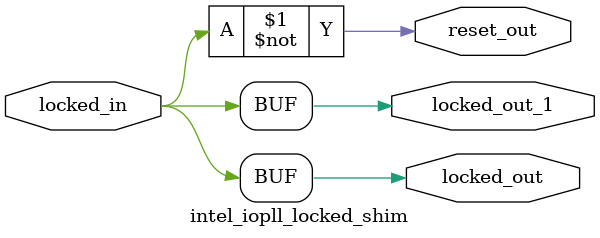
<source format=sv>
/* ##################################################################################
 * Copyright (C) 2025 Altera Corporation
 *
 * This software and the related documents are Altera copyrighted materials, and
 * your use of them is governed by the express license under which they were
 * provided to you ("License"). Unless the License provides otherwise, you may
 * not use, modify, copy, publish, distribute, disclose or transmit this software
 * or the related documents without Altera's prior written permission.
 *
 * This software and the related documents are provided as is, with no express
 * or implied warranties, other than those that are expressly stated in the License.
 * ##################################################################################

 * ##################################################################################
 *
 * Module: intel_iopll_locked_shim
 *
 * Description: Creates a reset from a PLL locked signal
 *
 * ##################################################################################
*/

`default_nettype none

module intel_iopll_locked_shim (
  locked_in,
  reset_out,
  locked_out,
  locked_out_1
);

  input    wire        locked_in;
  output   wire        reset_out;
  output   wire        locked_out;
  output   wire        locked_out_1;

  assign reset_out     = ~locked_in;
  assign locked_out    = locked_in;
  assign locked_out_1  = locked_in;

endmodule

`default_nettype wire

</source>
